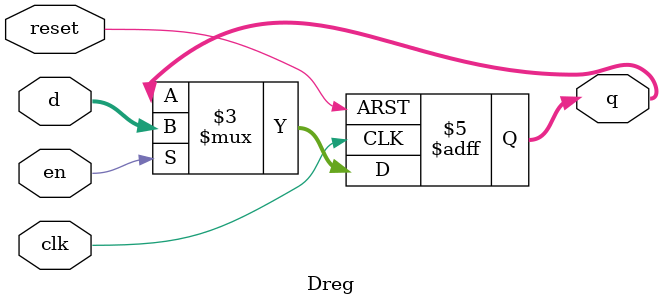
<source format=v>
`timescale 1ns / 1ps


module Dreg(input clk, reset, en, 
            input [3:0] d,
            output reg[3:0] q);
always @(posedge clk, posedge reset)
    if(reset) q <= 4'b0;
    else if(en) q <= d;
    else q <= q;
endmodule

</source>
